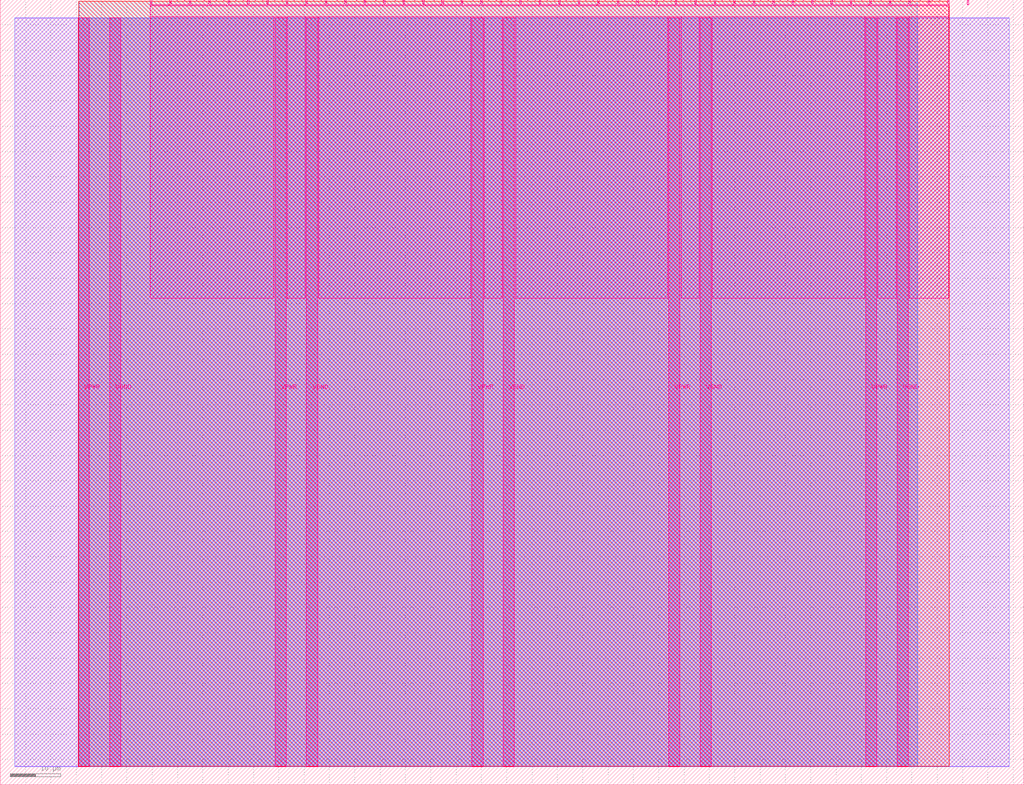
<source format=lef>
VERSION 5.7 ;
  NOWIREEXTENSIONATPIN ON ;
  DIVIDERCHAR "/" ;
  BUSBITCHARS "[]" ;
MACRO tt_um_huffman_coder
  CLASS BLOCK ;
  FOREIGN tt_um_huffman_coder ;
  ORIGIN 0.000 0.000 ;
  SIZE 202.080 BY 154.980 ;
  PIN VGND
    DIRECTION INOUT ;
    USE GROUND ;
    PORT
      LAYER Metal5 ;
        RECT 21.580 3.560 23.780 151.420 ;
    END
    PORT
      LAYER Metal5 ;
        RECT 60.450 3.560 62.650 151.420 ;
    END
    PORT
      LAYER Metal5 ;
        RECT 99.320 3.560 101.520 151.420 ;
    END
    PORT
      LAYER Metal5 ;
        RECT 138.190 3.560 140.390 151.420 ;
    END
    PORT
      LAYER Metal5 ;
        RECT 177.060 3.560 179.260 151.420 ;
    END
  END VGND
  PIN VPWR
    DIRECTION INOUT ;
    USE POWER ;
    PORT
      LAYER Metal5 ;
        RECT 15.380 3.560 17.580 151.420 ;
    END
    PORT
      LAYER Metal5 ;
        RECT 54.250 3.560 56.450 151.420 ;
    END
    PORT
      LAYER Metal5 ;
        RECT 93.120 3.560 95.320 151.420 ;
    END
    PORT
      LAYER Metal5 ;
        RECT 131.990 3.560 134.190 151.420 ;
    END
    PORT
      LAYER Metal5 ;
        RECT 170.860 3.560 173.060 151.420 ;
    END
  END VPWR
  PIN clk
    DIRECTION INPUT ;
    USE SIGNAL ;
    ANTENNAGATEAREA 0.213200 ;
    PORT
      LAYER Metal5 ;
        RECT 187.050 153.980 187.350 154.980 ;
    END
  END clk
  PIN ena
    DIRECTION INPUT ;
    USE SIGNAL ;
    PORT
      LAYER Metal5 ;
        RECT 190.890 153.980 191.190 154.980 ;
    END
  END ena
  PIN rst_n
    DIRECTION INPUT ;
    USE SIGNAL ;
    ANTENNAGATEAREA 0.842400 ;
    PORT
      LAYER Metal5 ;
        RECT 183.210 153.980 183.510 154.980 ;
    END
  END rst_n
  PIN ui_in[0]
    DIRECTION INPUT ;
    USE SIGNAL ;
    ANTENNAGATEAREA 0.180700 ;
    PORT
      LAYER Metal5 ;
        RECT 179.370 153.980 179.670 154.980 ;
    END
  END ui_in[0]
  PIN ui_in[1]
    DIRECTION INPUT ;
    USE SIGNAL ;
    ANTENNAGATEAREA 0.180700 ;
    PORT
      LAYER Metal5 ;
        RECT 175.530 153.980 175.830 154.980 ;
    END
  END ui_in[1]
  PIN ui_in[2]
    DIRECTION INPUT ;
    USE SIGNAL ;
    ANTENNAGATEAREA 0.180700 ;
    PORT
      LAYER Metal5 ;
        RECT 171.690 153.980 171.990 154.980 ;
    END
  END ui_in[2]
  PIN ui_in[3]
    DIRECTION INPUT ;
    USE SIGNAL ;
    ANTENNAGATEAREA 0.180700 ;
    PORT
      LAYER Metal5 ;
        RECT 167.850 153.980 168.150 154.980 ;
    END
  END ui_in[3]
  PIN ui_in[4]
    DIRECTION INPUT ;
    USE SIGNAL ;
    ANTENNAGATEAREA 0.180700 ;
    PORT
      LAYER Metal5 ;
        RECT 164.010 153.980 164.310 154.980 ;
    END
  END ui_in[4]
  PIN ui_in[5]
    DIRECTION INPUT ;
    USE SIGNAL ;
    ANTENNAGATEAREA 0.180700 ;
    PORT
      LAYER Metal5 ;
        RECT 160.170 153.980 160.470 154.980 ;
    END
  END ui_in[5]
  PIN ui_in[6]
    DIRECTION INPUT ;
    USE SIGNAL ;
    ANTENNAGATEAREA 0.180700 ;
    PORT
      LAYER Metal5 ;
        RECT 156.330 153.980 156.630 154.980 ;
    END
  END ui_in[6]
  PIN ui_in[7]
    DIRECTION INPUT ;
    USE SIGNAL ;
    ANTENNAGATEAREA 0.180700 ;
    PORT
      LAYER Metal5 ;
        RECT 152.490 153.980 152.790 154.980 ;
    END
  END ui_in[7]
  PIN uio_in[0]
    DIRECTION INPUT ;
    USE SIGNAL ;
    PORT
      LAYER Metal5 ;
        RECT 148.650 153.980 148.950 154.980 ;
    END
  END uio_in[0]
  PIN uio_in[1]
    DIRECTION INPUT ;
    USE SIGNAL ;
    PORT
      LAYER Metal5 ;
        RECT 144.810 153.980 145.110 154.980 ;
    END
  END uio_in[1]
  PIN uio_in[2]
    DIRECTION INPUT ;
    USE SIGNAL ;
    PORT
      LAYER Metal5 ;
        RECT 140.970 153.980 141.270 154.980 ;
    END
  END uio_in[2]
  PIN uio_in[3]
    DIRECTION INPUT ;
    USE SIGNAL ;
    PORT
      LAYER Metal5 ;
        RECT 137.130 153.980 137.430 154.980 ;
    END
  END uio_in[3]
  PIN uio_in[4]
    DIRECTION INPUT ;
    USE SIGNAL ;
    PORT
      LAYER Metal5 ;
        RECT 133.290 153.980 133.590 154.980 ;
    END
  END uio_in[4]
  PIN uio_in[5]
    DIRECTION INPUT ;
    USE SIGNAL ;
    PORT
      LAYER Metal5 ;
        RECT 129.450 153.980 129.750 154.980 ;
    END
  END uio_in[5]
  PIN uio_in[6]
    DIRECTION INPUT ;
    USE SIGNAL ;
    PORT
      LAYER Metal5 ;
        RECT 125.610 153.980 125.910 154.980 ;
    END
  END uio_in[6]
  PIN uio_in[7]
    DIRECTION INPUT ;
    USE SIGNAL ;
    PORT
      LAYER Metal5 ;
        RECT 121.770 153.980 122.070 154.980 ;
    END
  END uio_in[7]
  PIN uio_oe[0]
    DIRECTION OUTPUT ;
    USE SIGNAL ;
    ANTENNADIFFAREA 0.392700 ;
    PORT
      LAYER Metal5 ;
        RECT 56.490 153.980 56.790 154.980 ;
    END
  END uio_oe[0]
  PIN uio_oe[1]
    DIRECTION OUTPUT ;
    USE SIGNAL ;
    ANTENNADIFFAREA 0.392700 ;
    PORT
      LAYER Metal5 ;
        RECT 52.650 153.980 52.950 154.980 ;
    END
  END uio_oe[1]
  PIN uio_oe[2]
    DIRECTION OUTPUT ;
    USE SIGNAL ;
    ANTENNADIFFAREA 0.392700 ;
    PORT
      LAYER Metal5 ;
        RECT 48.810 153.980 49.110 154.980 ;
    END
  END uio_oe[2]
  PIN uio_oe[3]
    DIRECTION OUTPUT ;
    USE SIGNAL ;
    ANTENNADIFFAREA 0.392700 ;
    PORT
      LAYER Metal5 ;
        RECT 44.970 153.980 45.270 154.980 ;
    END
  END uio_oe[3]
  PIN uio_oe[4]
    DIRECTION OUTPUT ;
    USE SIGNAL ;
    ANTENNADIFFAREA 0.392700 ;
    PORT
      LAYER Metal5 ;
        RECT 41.130 153.980 41.430 154.980 ;
    END
  END uio_oe[4]
  PIN uio_oe[5]
    DIRECTION OUTPUT ;
    USE SIGNAL ;
    ANTENNADIFFAREA 0.392700 ;
    PORT
      LAYER Metal5 ;
        RECT 37.290 153.980 37.590 154.980 ;
    END
  END uio_oe[5]
  PIN uio_oe[6]
    DIRECTION OUTPUT ;
    USE SIGNAL ;
    ANTENNADIFFAREA 0.392700 ;
    PORT
      LAYER Metal5 ;
        RECT 33.450 153.980 33.750 154.980 ;
    END
  END uio_oe[6]
  PIN uio_oe[7]
    DIRECTION OUTPUT ;
    USE SIGNAL ;
    ANTENNADIFFAREA 0.392700 ;
    PORT
      LAYER Metal5 ;
        RECT 29.610 153.980 29.910 154.980 ;
    END
  END uio_oe[7]
  PIN uio_out[0]
    DIRECTION OUTPUT ;
    USE SIGNAL ;
    ANTENNAGATEAREA 0.241800 ;
    ANTENNADIFFAREA 0.632400 ;
    PORT
      LAYER Metal5 ;
        RECT 87.210 153.980 87.510 154.980 ;
    END
  END uio_out[0]
  PIN uio_out[1]
    DIRECTION OUTPUT ;
    USE SIGNAL ;
    ANTENNAGATEAREA 0.109200 ;
    ANTENNADIFFAREA 0.632400 ;
    PORT
      LAYER Metal5 ;
        RECT 83.370 153.980 83.670 154.980 ;
    END
  END uio_out[1]
  PIN uio_out[2]
    DIRECTION OUTPUT ;
    USE SIGNAL ;
    ANTENNADIFFAREA 0.654800 ;
    PORT
      LAYER Metal5 ;
        RECT 79.530 153.980 79.830 154.980 ;
    END
  END uio_out[2]
  PIN uio_out[3]
    DIRECTION OUTPUT ;
    USE SIGNAL ;
    ANTENNAGATEAREA 0.241800 ;
    ANTENNADIFFAREA 0.632400 ;
    PORT
      LAYER Metal5 ;
        RECT 75.690 153.980 75.990 154.980 ;
    END
  END uio_out[3]
  PIN uio_out[4]
    DIRECTION OUTPUT ;
    USE SIGNAL ;
    ANTENNAGATEAREA 0.109200 ;
    ANTENNADIFFAREA 0.632400 ;
    PORT
      LAYER Metal5 ;
        RECT 71.850 153.980 72.150 154.980 ;
    END
  END uio_out[4]
  PIN uio_out[5]
    DIRECTION OUTPUT ;
    USE SIGNAL ;
    ANTENNAGATEAREA 0.109200 ;
    ANTENNADIFFAREA 0.632400 ;
    PORT
      LAYER Metal5 ;
        RECT 68.010 153.980 68.310 154.980 ;
    END
  END uio_out[5]
  PIN uio_out[6]
    DIRECTION OUTPUT ;
    USE SIGNAL ;
    ANTENNAGATEAREA 0.289900 ;
    ANTENNADIFFAREA 0.632400 ;
    PORT
      LAYER Metal5 ;
        RECT 64.170 153.980 64.470 154.980 ;
    END
  END uio_out[6]
  PIN uio_out[7]
    DIRECTION OUTPUT ;
    USE SIGNAL ;
    ANTENNADIFFAREA 0.299200 ;
    PORT
      LAYER Metal5 ;
        RECT 60.330 153.980 60.630 154.980 ;
    END
  END uio_out[7]
  PIN uo_out[0]
    DIRECTION OUTPUT ;
    USE SIGNAL ;
    ANTENNAGATEAREA 0.109200 ;
    ANTENNADIFFAREA 0.632400 ;
    PORT
      LAYER Metal5 ;
        RECT 117.930 153.980 118.230 154.980 ;
    END
  END uo_out[0]
  PIN uo_out[1]
    DIRECTION OUTPUT ;
    USE SIGNAL ;
    ANTENNAGATEAREA 0.109200 ;
    ANTENNADIFFAREA 0.632400 ;
    PORT
      LAYER Metal5 ;
        RECT 114.090 153.980 114.390 154.980 ;
    END
  END uo_out[1]
  PIN uo_out[2]
    DIRECTION OUTPUT ;
    USE SIGNAL ;
    ANTENNAGATEAREA 0.109200 ;
    ANTENNADIFFAREA 0.632400 ;
    PORT
      LAYER Metal5 ;
        RECT 110.250 153.980 110.550 154.980 ;
    END
  END uo_out[2]
  PIN uo_out[3]
    DIRECTION OUTPUT ;
    USE SIGNAL ;
    ANTENNAGATEAREA 0.109200 ;
    ANTENNADIFFAREA 0.632400 ;
    PORT
      LAYER Metal5 ;
        RECT 106.410 153.980 106.710 154.980 ;
    END
  END uo_out[3]
  PIN uo_out[4]
    DIRECTION OUTPUT ;
    USE SIGNAL ;
    ANTENNAGATEAREA 0.109200 ;
    ANTENNADIFFAREA 0.632400 ;
    PORT
      LAYER Metal5 ;
        RECT 102.570 153.980 102.870 154.980 ;
    END
  END uo_out[4]
  PIN uo_out[5]
    DIRECTION OUTPUT ;
    USE SIGNAL ;
    ANTENNAGATEAREA 0.109200 ;
    ANTENNADIFFAREA 0.632400 ;
    PORT
      LAYER Metal5 ;
        RECT 98.730 153.980 99.030 154.980 ;
    END
  END uo_out[5]
  PIN uo_out[6]
    DIRECTION OUTPUT ;
    USE SIGNAL ;
    ANTENNAGATEAREA 0.109200 ;
    ANTENNADIFFAREA 0.632400 ;
    PORT
      LAYER Metal5 ;
        RECT 94.890 153.980 95.190 154.980 ;
    END
  END uo_out[6]
  PIN uo_out[7]
    DIRECTION OUTPUT ;
    USE SIGNAL ;
    ANTENNADIFFAREA 0.654800 ;
    PORT
      LAYER Metal5 ;
        RECT 91.050 153.980 91.350 154.980 ;
    END
  END uo_out[7]
  OBS
      LAYER GatPoly ;
        RECT 2.880 3.630 199.200 151.350 ;
      LAYER Metal1 ;
        RECT 2.880 3.560 199.200 151.420 ;
      LAYER Metal2 ;
        RECT 15.515 3.680 181.105 151.300 ;
      LAYER Metal3 ;
        RECT 15.560 3.635 181.060 154.705 ;
      LAYER Metal4 ;
        RECT 15.515 3.680 187.345 154.660 ;
      LAYER Metal5 ;
        RECT 30.120 153.770 33.240 153.980 ;
        RECT 33.960 153.770 37.080 153.980 ;
        RECT 37.800 153.770 40.920 153.980 ;
        RECT 41.640 153.770 44.760 153.980 ;
        RECT 45.480 153.770 48.600 153.980 ;
        RECT 49.320 153.770 52.440 153.980 ;
        RECT 53.160 153.770 56.280 153.980 ;
        RECT 57.000 153.770 60.120 153.980 ;
        RECT 60.840 153.770 63.960 153.980 ;
        RECT 64.680 153.770 67.800 153.980 ;
        RECT 68.520 153.770 71.640 153.980 ;
        RECT 72.360 153.770 75.480 153.980 ;
        RECT 76.200 153.770 79.320 153.980 ;
        RECT 80.040 153.770 83.160 153.980 ;
        RECT 83.880 153.770 87.000 153.980 ;
        RECT 87.720 153.770 90.840 153.980 ;
        RECT 91.560 153.770 94.680 153.980 ;
        RECT 95.400 153.770 98.520 153.980 ;
        RECT 99.240 153.770 102.360 153.980 ;
        RECT 103.080 153.770 106.200 153.980 ;
        RECT 106.920 153.770 110.040 153.980 ;
        RECT 110.760 153.770 113.880 153.980 ;
        RECT 114.600 153.770 117.720 153.980 ;
        RECT 118.440 153.770 121.560 153.980 ;
        RECT 122.280 153.770 125.400 153.980 ;
        RECT 126.120 153.770 129.240 153.980 ;
        RECT 129.960 153.770 133.080 153.980 ;
        RECT 133.800 153.770 136.920 153.980 ;
        RECT 137.640 153.770 140.760 153.980 ;
        RECT 141.480 153.770 144.600 153.980 ;
        RECT 145.320 153.770 148.440 153.980 ;
        RECT 149.160 153.770 152.280 153.980 ;
        RECT 153.000 153.770 156.120 153.980 ;
        RECT 156.840 153.770 159.960 153.980 ;
        RECT 160.680 153.770 163.800 153.980 ;
        RECT 164.520 153.770 167.640 153.980 ;
        RECT 168.360 153.770 171.480 153.980 ;
        RECT 172.200 153.770 175.320 153.980 ;
        RECT 176.040 153.770 179.160 153.980 ;
        RECT 179.880 153.770 183.000 153.980 ;
        RECT 183.720 153.770 186.840 153.980 ;
        RECT 29.660 151.630 187.300 153.770 ;
        RECT 29.660 96.035 54.040 151.630 ;
        RECT 56.660 96.035 60.240 151.630 ;
        RECT 62.860 96.035 92.910 151.630 ;
        RECT 95.530 96.035 99.110 151.630 ;
        RECT 101.730 96.035 131.780 151.630 ;
        RECT 134.400 96.035 137.980 151.630 ;
        RECT 140.600 96.035 170.650 151.630 ;
        RECT 173.270 96.035 176.850 151.630 ;
        RECT 179.470 96.035 187.300 151.630 ;
  END
END tt_um_huffman_coder
END LIBRARY


</source>
